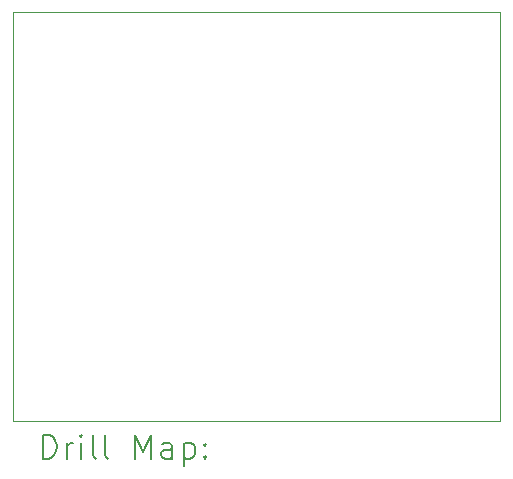
<source format=gbr>
%TF.GenerationSoftware,KiCad,Pcbnew,7.0.11-2.fc39*%
%TF.CreationDate,2024-06-09T18:16:30+02:00*%
%TF.ProjectId,current_measurement_extension,63757272-656e-4745-9f6d-656173757265,1.0*%
%TF.SameCoordinates,Original*%
%TF.FileFunction,Drillmap*%
%TF.FilePolarity,Positive*%
%FSLAX45Y45*%
G04 Gerber Fmt 4.5, Leading zero omitted, Abs format (unit mm)*
G04 Created by KiCad (PCBNEW 7.0.11-2.fc39) date 2024-06-09 18:16:30*
%MOMM*%
%LPD*%
G01*
G04 APERTURE LIST*
%ADD10C,0.100000*%
%ADD11C,0.200000*%
G04 APERTURE END LIST*
D10*
X8717280Y-4579620D02*
X12844780Y-4579620D01*
X12844780Y-8041640D01*
X8717280Y-8041640D01*
X8717280Y-4579620D01*
D11*
X8973057Y-8358124D02*
X8973057Y-8158124D01*
X8973057Y-8158124D02*
X9020676Y-8158124D01*
X9020676Y-8158124D02*
X9049247Y-8167648D01*
X9049247Y-8167648D02*
X9068295Y-8186695D01*
X9068295Y-8186695D02*
X9077819Y-8205743D01*
X9077819Y-8205743D02*
X9087343Y-8243838D01*
X9087343Y-8243838D02*
X9087343Y-8272409D01*
X9087343Y-8272409D02*
X9077819Y-8310505D01*
X9077819Y-8310505D02*
X9068295Y-8329552D01*
X9068295Y-8329552D02*
X9049247Y-8348600D01*
X9049247Y-8348600D02*
X9020676Y-8358124D01*
X9020676Y-8358124D02*
X8973057Y-8358124D01*
X9173057Y-8358124D02*
X9173057Y-8224790D01*
X9173057Y-8262886D02*
X9182581Y-8243838D01*
X9182581Y-8243838D02*
X9192104Y-8234314D01*
X9192104Y-8234314D02*
X9211152Y-8224790D01*
X9211152Y-8224790D02*
X9230200Y-8224790D01*
X9296866Y-8358124D02*
X9296866Y-8224790D01*
X9296866Y-8158124D02*
X9287343Y-8167648D01*
X9287343Y-8167648D02*
X9296866Y-8177171D01*
X9296866Y-8177171D02*
X9306390Y-8167648D01*
X9306390Y-8167648D02*
X9296866Y-8158124D01*
X9296866Y-8158124D02*
X9296866Y-8177171D01*
X9420676Y-8358124D02*
X9401628Y-8348600D01*
X9401628Y-8348600D02*
X9392104Y-8329552D01*
X9392104Y-8329552D02*
X9392104Y-8158124D01*
X9525438Y-8358124D02*
X9506390Y-8348600D01*
X9506390Y-8348600D02*
X9496866Y-8329552D01*
X9496866Y-8329552D02*
X9496866Y-8158124D01*
X9754009Y-8358124D02*
X9754009Y-8158124D01*
X9754009Y-8158124D02*
X9820676Y-8300981D01*
X9820676Y-8300981D02*
X9887343Y-8158124D01*
X9887343Y-8158124D02*
X9887343Y-8358124D01*
X10068295Y-8358124D02*
X10068295Y-8253362D01*
X10068295Y-8253362D02*
X10058771Y-8234314D01*
X10058771Y-8234314D02*
X10039724Y-8224790D01*
X10039724Y-8224790D02*
X10001628Y-8224790D01*
X10001628Y-8224790D02*
X9982581Y-8234314D01*
X10068295Y-8348600D02*
X10049247Y-8358124D01*
X10049247Y-8358124D02*
X10001628Y-8358124D01*
X10001628Y-8358124D02*
X9982581Y-8348600D01*
X9982581Y-8348600D02*
X9973057Y-8329552D01*
X9973057Y-8329552D02*
X9973057Y-8310505D01*
X9973057Y-8310505D02*
X9982581Y-8291457D01*
X9982581Y-8291457D02*
X10001628Y-8281933D01*
X10001628Y-8281933D02*
X10049247Y-8281933D01*
X10049247Y-8281933D02*
X10068295Y-8272409D01*
X10163533Y-8224790D02*
X10163533Y-8424790D01*
X10163533Y-8234314D02*
X10182581Y-8224790D01*
X10182581Y-8224790D02*
X10220676Y-8224790D01*
X10220676Y-8224790D02*
X10239724Y-8234314D01*
X10239724Y-8234314D02*
X10249247Y-8243838D01*
X10249247Y-8243838D02*
X10258771Y-8262886D01*
X10258771Y-8262886D02*
X10258771Y-8320028D01*
X10258771Y-8320028D02*
X10249247Y-8339076D01*
X10249247Y-8339076D02*
X10239724Y-8348600D01*
X10239724Y-8348600D02*
X10220676Y-8358124D01*
X10220676Y-8358124D02*
X10182581Y-8358124D01*
X10182581Y-8358124D02*
X10163533Y-8348600D01*
X10344485Y-8339076D02*
X10354009Y-8348600D01*
X10354009Y-8348600D02*
X10344485Y-8358124D01*
X10344485Y-8358124D02*
X10334962Y-8348600D01*
X10334962Y-8348600D02*
X10344485Y-8339076D01*
X10344485Y-8339076D02*
X10344485Y-8358124D01*
X10344485Y-8234314D02*
X10354009Y-8243838D01*
X10354009Y-8243838D02*
X10344485Y-8253362D01*
X10344485Y-8253362D02*
X10334962Y-8243838D01*
X10334962Y-8243838D02*
X10344485Y-8234314D01*
X10344485Y-8234314D02*
X10344485Y-8253362D01*
M02*

</source>
